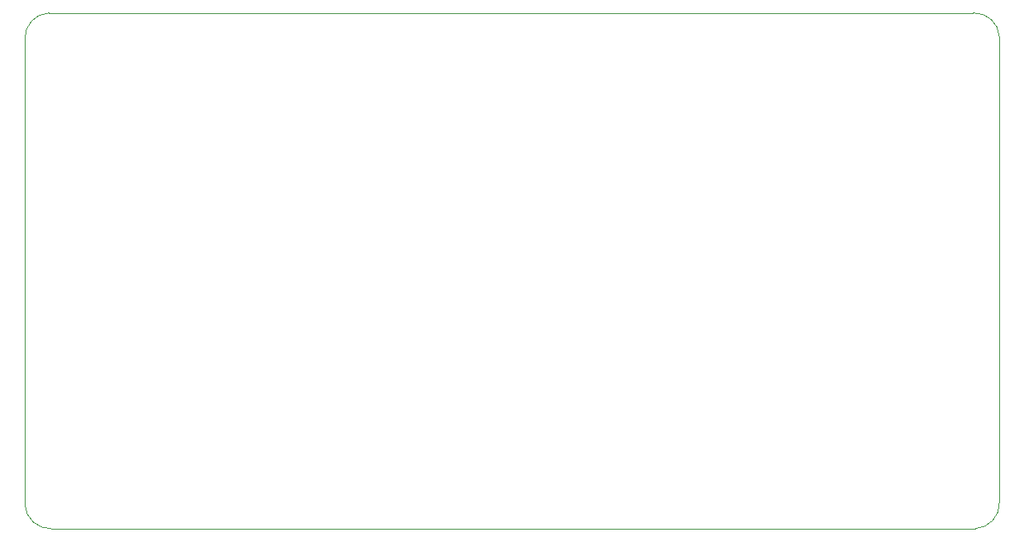
<source format=gm1>
%TF.GenerationSoftware,KiCad,Pcbnew,8.0.2-8.0.2-0~ubuntu24.04.1*%
%TF.CreationDate,2024-05-08T14:11:35+02:00*%
%TF.ProjectId,astrobox_radio_input,61737472-6f62-46f7-985f-726164696f5f,1*%
%TF.SameCoordinates,Original*%
%TF.FileFunction,Profile,NP*%
%FSLAX46Y46*%
G04 Gerber Fmt 4.6, Leading zero omitted, Abs format (unit mm)*
G04 Created by KiCad (PCBNEW 8.0.2-8.0.2-0~ubuntu24.04.1) date 2024-05-08 14:11:35*
%MOMM*%
%LPD*%
G01*
G04 APERTURE LIST*
%TA.AperFunction,Profile*%
%ADD10C,0.100000*%
%TD*%
G04 APERTURE END LIST*
D10*
X60430199Y-32470846D02*
X60429251Y-80216272D01*
X157650805Y-29775471D02*
X62912728Y-29771451D01*
X160346601Y-80000354D02*
X160350200Y-32258000D01*
X160346601Y-80000354D02*
G75*
G02*
X157864074Y-82699800I-2591001J-108446D01*
G01*
X63128646Y-82698801D02*
X157864072Y-82699749D01*
X157650805Y-29775471D02*
G75*
G02*
X160350129Y-32258003I108395J-2590929D01*
G01*
X63128646Y-82698801D02*
G75*
G02*
X60429200Y-80216274I-108446J2591001D01*
G01*
X60430199Y-32470846D02*
G75*
G02*
X62912726Y-29771400I2591001J108446D01*
G01*
M02*

</source>
